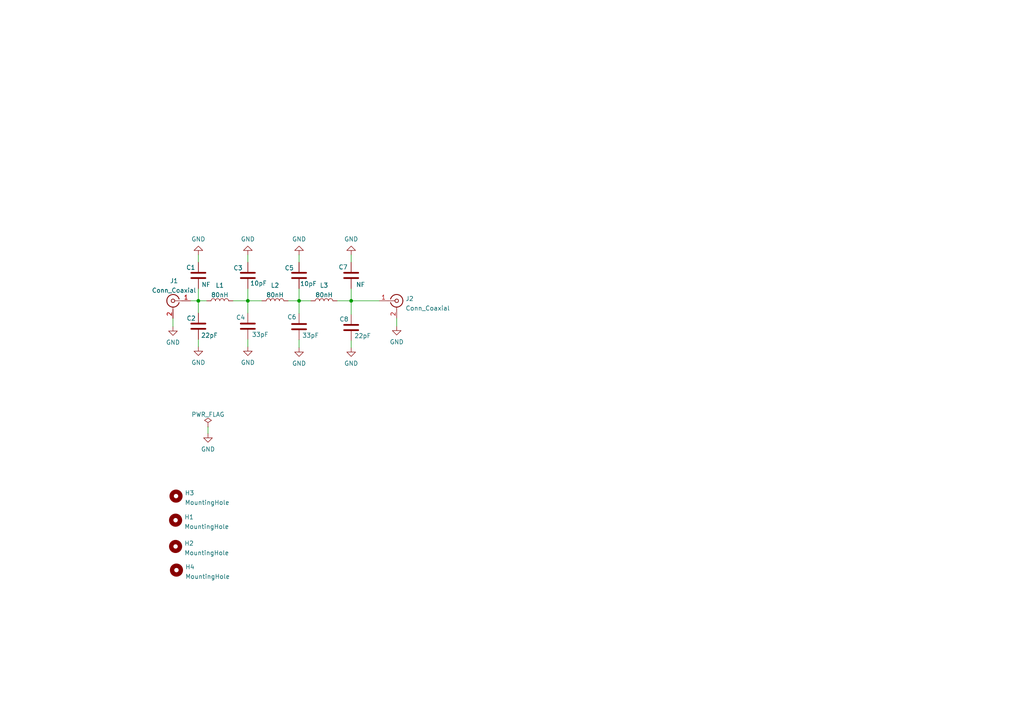
<source format=kicad_sch>
(kicad_sch (version 20211123) (generator eeschema)
  (paper "A4")
  (lib_symbols
    (symbol "Connector:Conn_Coaxial" (pin_names (offset 1.016) hide)
      (property "Reference" "J" (at 0.254 3.048 0))
      (property "Value" "Conn_Coaxial" (at 2.921 0 90))
      (symbol "Conn_Coaxial_0_1"
        (arc (start -1.778 -0.508) (mid 0.222 -1.808) (end 1.778 0) (stroke (width 0.254)))
        (polyline (pts (xy -2.54 0) (xy -0.508 0)))
        (polyline (pts (xy 0 -2.54) (xy 0 -1.778)))
        (circle (center 0 0) (radius 0.508) (stroke (width 0.2032)))
        (arc (start 1.778 0) (mid 0.222 1.8083) (end -1.778 0.508) (stroke (width 0.254)))
      )
      (symbol "Conn_Coaxial_1_1"
        (pin passive line (at -5.08 0 0) (length 2.54) (name "In") (number "1"))
        (pin passive line (at 0 -5.08 90) (length 2.54) (name "Ext") (number "2"))
      )
    )
    (symbol "Device:C" (pin_numbers hide) (pin_names (offset 0.254))
      (property "Reference" "C" (at 0.635 2.54 0))
      (property "Value" "C" (at 0.635 -2.54 0))
      (symbol "C_0_1"
        (polyline (pts (xy -2.032 -0.762) (xy 2.032 -0.762)) (stroke (width 0.508)))
        (polyline (pts (xy -2.032 0.762) (xy 2.032 0.762)) (stroke (width 0.508)))
      )
      (symbol "C_1_1"
        (pin passive line (at 0 3.81 270) (length 2.794) (name "~") (number "1"))
        (pin passive line (at 0 -3.81 90) (length 2.794) (name "~") (number "2"))
      )
    )
    (symbol "Device:L" (pin_numbers hide) (pin_names (offset 1.016) hide)
      (property "Reference" "L" (at -1.27 0 90))
      (property "Value" "L" (at 1.905 0 90))
      (symbol "L_0_1"
        (arc (start 0 -2.54) (mid 0.635 -1.905) (end 0 -1.27))
        (arc (start 0 -1.27) (mid 0.635 -0.635) (end 0 0))
        (arc (start 0 0) (mid 0.635 0.635) (end 0 1.27))
        (arc (start 0 1.27) (mid 0.635 1.905) (end 0 2.54))
      )
      (symbol "L_1_1"
        (pin passive line (at 0 3.81 270) (length 1.27) (name "1") (number "1"))
        (pin passive line (at 0 -3.81 90) (length 1.27) (name "2") (number "2"))
      )
    )
    (symbol "Mechanical:MountingHole" (pin_names (offset 1.016))
      (property "Reference" "H" (at 0 5.08 0))
      (property "Value" "MountingHole" (at 0 3.175 0))
      (symbol "MountingHole_0_1"
        (circle (center 0 0) (radius 1.27) (stroke (width 1.27)))
      )
    )
    (symbol "power:GND" (power) (pin_names (offset 0))
      (property "Value" "GND" (at 0 -3.81 0))
      (symbol "GND_0_1"
        (polyline (pts (xy 0 0) (xy 0 -1.27) (xy 1.27 -1.27) (xy 0 -2.54) (xy -1.27 -1.27) (xy 0 -1.27)))
      )
      (symbol "GND_1_1"
        (pin power_in line (at 0 0 270) (length 0) hide (name "GND") (number "1"))
      )
    )
    (symbol "power:PWR_FLAG" (power) (pin_numbers hide) (pin_names (offset 0) hide)
      (property "Value" "PWR_FLAG" (at 0 3.81 0))
      (symbol "PWR_FLAG_0_0"
        (pin power_out line (at 0 0 90) (length 0) (name "pwr") (number "1"))
      )
      (symbol "PWR_FLAG_0_1"
        (polyline (pts (xy 0 0) (xy 0 1.27) (xy -1.016 1.905) (xy 0 2.54) (xy 1.016 1.905) (xy 0 1.27)))
      )
    )
  )
  (junction (at 86.741 87.249))
  (junction (at 57.531 87.249))
  (junction (at 101.854 87.249))
  (junction (at 71.882 87.249))
  (wire (pts (xy 55.245 87.249) (xy 57.531 87.249)))
  (wire (pts (xy 57.531 87.249) (xy 57.531 90.805)))
  (wire (pts (xy 57.531 87.249) (xy 59.944 87.249)))
  (wire (pts (xy 86.741 76.073) (xy 86.741 73.914)))
  (wire (pts (xy 71.882 87.249) (xy 71.882 83.693)))
  (wire (pts (xy 71.882 87.249) (xy 75.946 87.249)))
  (wire (pts (xy 115.062 92.329) (xy 115.062 94.615)))
  (wire (pts (xy 101.854 100.838) (xy 101.854 98.806)))
  (wire (pts (xy 86.741 90.932) (xy 86.741 87.249)))
  (wire (pts (xy 57.531 87.249) (xy 57.531 83.693)))
  (wire (pts (xy 83.566 87.249) (xy 86.741 87.249)))
  (wire (pts (xy 86.741 98.552) (xy 86.741 100.838)))
  (wire (pts (xy 57.531 98.425) (xy 57.531 100.584)))
  (wire (pts (xy 71.882 76.073) (xy 71.882 73.914)))
  (wire (pts (xy 86.741 87.249) (xy 86.741 83.693)))
  (wire (pts (xy 57.531 76.073) (xy 57.531 73.914)))
  (wire (pts (xy 97.79 87.249) (xy 101.854 87.249)))
  (wire (pts (xy 101.854 87.249) (xy 101.854 83.693)))
  (wire (pts (xy 101.854 91.186) (xy 101.854 87.249)))
  (wire (pts (xy 101.854 76.073) (xy 101.854 73.914)))
  (wire (pts (xy 101.854 87.249) (xy 109.982 87.249)))
  (wire (pts (xy 71.882 87.249) (xy 71.882 90.805)))
  (wire (pts (xy 71.882 98.425) (xy 71.882 100.584)))
  (wire (pts (xy 67.564 87.249) (xy 71.882 87.249)))
  (wire (pts (xy 86.741 87.249) (xy 90.17 87.249)))
  (wire (pts (xy 60.325 123.825) (xy 60.325 125.73)))
  (wire (pts (xy 50.165 92.329) (xy 50.165 94.742)))
  (symbol (lib_id "Device:C") (at 71.882 79.883 180) (unit 1)
    (property "Reference" "C3" (at 67.691 77.724 0) (effects (justify right)))
    (property "Value" "10pF" (at 72.517 82.169 0) (effects (justify right)))
    (property "Footprint" "Capacitor_SMD:C_0603_1608Metric" (effects hide))
  )
  (symbol (lib_id "power:GND") (at 101.854 100.838 0) (unit 1)
    (property "Reference" "#PWR010" (effects hide))
    (property "Value" "GND" (at 101.854 105.4005 0))
  )
  (symbol (lib_id "Device:L") (at 93.98 87.249 90) (unit 1)
    (property "Reference" "L3" (at 93.98 82.7745 90))
    (property "Value" "80nH" (at 93.98 85.5496 90))
    (property "Footprint" "RF_Coil:10mm" (effects hide))
  )
  (symbol (lib_id "power:GND") (at 86.741 100.838 0) (unit 1)
    (property "Reference" "#PWR08" (effects hide))
    (property "Value" "GND" (at 86.741 105.4005 0))
  )
  (symbol (lib_id "power:GND") (at 60.325 125.73 0) (unit 1)
    (property "Reference" "#PWR04" (effects hide))
    (property "Value" "GND" (at 60.325 130.2925 0))
  )
  (symbol (lib_id "Mechanical:MountingHole") (at 51.054 143.891 0) (unit 1)
    (property "Reference" "H3" (at 53.594 142.9825 0) (effects (justify left)))
    (property "Value" "MountingHole" (at 53.594 145.7576 0) (effects (justify left)))
    (property "Footprint" "MountingHole:MountingHole_2.2mm_M2_DIN965" (effects hide))
  )
  (symbol (lib_id "Connector:Conn_Coaxial") (at 50.165 87.249 0) (mirror y) (unit 1)
    (property "Reference" "J1" (at 50.4824 81.4559 0))
    (property "Value" "Conn_Coaxial" (at 50.4824 84.231 0))
    (property "Footprint" "Connector_Coaxial:SMA_Samtec_SMA-J-P-X-ST-EM1_EdgeMount" (effects hide))
    (property "Datasheet" " ~" (effects hide))
  )
  (symbol (lib_id "power:GND") (at 50.165 94.742 0) (unit 1)
    (property "Reference" "#PWR01" (effects hide))
    (property "Value" "GND" (at 50.165 99.3045 0))
  )
  (symbol (lib_id "Mechanical:MountingHole") (at 50.927 158.496 0) (unit 1)
    (property "Reference" "H2" (at 53.467 157.5875 0) (effects (justify left)))
    (property "Value" "MountingHole" (at 53.467 160.3626 0) (effects (justify left)))
    (property "Footprint" "MountingHole:MountingHole_2.2mm_M2_DIN965" (effects hide))
  )
  (symbol (lib_id "Device:C") (at 71.882 94.615 0) (unit 1)
    (property "Reference" "C4" (at 68.453 92.075 0) (effects (justify left)))
    (property "Value" "33pF" (at 73.025 97.028 0) (effects (justify left)))
    (property "Footprint" "Capacitor_SMD:C_0603_1608Metric" (effects hide))
  )
  (symbol (lib_id "Device:C") (at 101.854 79.883 180) (unit 1)
    (property "Reference" "C7" (at 98.171 77.47 0) (effects (justify right)))
    (property "Value" "NF" (at 103.251 82.55 0) (effects (justify right)))
    (property "Footprint" "Capacitor_SMD:C_0603_1608Metric" (effects hide))
  )
  (symbol (lib_id "power:GND") (at 115.062 94.615 0) (unit 1)
    (property "Reference" "#PWR011" (effects hide))
    (property "Value" "GND" (at 115.062 99.1775 0))
  )
  (symbol (lib_id "power:GND") (at 57.531 100.584 0) (unit 1)
    (property "Reference" "#PWR03" (effects hide))
    (property "Value" "GND" (at 57.531 105.1465 0))
  )
  (symbol (lib_id "Mechanical:MountingHole") (at 51.181 165.354 0) (unit 1)
    (property "Reference" "H4" (at 53.721 164.4455 0) (effects (justify left)))
    (property "Value" "MountingHole" (at 53.721 167.2206 0) (effects (justify left)))
    (property "Footprint" "MountingHole:MountingHole_2.2mm_M2_DIN965" (effects hide))
  )
  (symbol (lib_id "Device:L") (at 63.754 87.249 90) (unit 1)
    (property "Reference" "L1" (at 63.754 82.7745 90))
    (property "Value" "80nH" (at 63.754 85.5496 90))
    (property "Footprint" "RF_Coil:10mm" (effects hide))
  )
  (symbol (lib_id "power:GND") (at 86.741 73.914 180) (unit 1)
    (property "Reference" "#PWR07" (effects hide))
    (property "Value" "GND" (at 86.741 69.3515 0))
  )
  (symbol (lib_id "power:GND") (at 101.854 73.914 180) (unit 1)
    (property "Reference" "#PWR09" (effects hide))
    (property "Value" "GND" (at 101.854 69.3515 0))
  )
  (symbol (lib_id "Device:C") (at 57.531 94.615 0) (unit 1)
    (property "Reference" "C2" (at 54.102 92.329 0) (effects (justify left)))
    (property "Value" "22pF" (at 58.293 97.282 0) (effects (justify left)))
    (property "Footprint" "Capacitor_SMD:C_0603_1608Metric" (effects hide))
  )
  (symbol (lib_id "power:PWR_FLAG") (at 60.325 123.825 0) (unit 1)
    (property "Reference" "#FLG01" (effects hide))
    (property "Value" "PWR_FLAG" (at 60.325 120.2205 0))
  )
  (symbol (lib_id "Device:C") (at 86.741 79.883 180) (unit 1)
    (property "Reference" "C5" (at 82.55 77.724 0) (effects (justify right)))
    (property "Value" "10pF" (at 86.995 82.296 0) (effects (justify right)))
    (property "Footprint" "Capacitor_SMD:C_0603_1608Metric" (effects hide))
  )
  (symbol (lib_id "power:GND") (at 71.882 100.584 0) (unit 1)
    (property "Reference" "#PWR06" (effects hide))
    (property "Value" "GND" (at 71.882 105.1465 0))
  )
  (symbol (lib_id "Device:C") (at 101.854 94.996 0) (unit 1)
    (property "Reference" "C8" (at 98.425 92.583 0) (effects (justify left)))
    (property "Value" "22pF" (at 102.743 97.409 0) (effects (justify left)))
    (property "Footprint" "Capacitor_SMD:C_0603_1608Metric" (effects hide))
  )
  (symbol (lib_id "Mechanical:MountingHole") (at 50.927 150.876 0) (unit 1)
    (property "Reference" "H1" (at 53.467 149.9675 0) (effects (justify left)))
    (property "Value" "MountingHole" (at 53.467 152.7426 0) (effects (justify left)))
    (property "Footprint" "MountingHole:MountingHole_2.2mm_M2_DIN965" (effects hide))
  )
  (symbol (lib_id "Connector:Conn_Coaxial") (at 115.062 87.249 0) (unit 1)
    (property "Reference" "J2" (at 117.602 86.6337 0) (effects (justify left)))
    (property "Value" "Conn_Coaxial" (at 117.602 89.4088 0) (effects (justify left)))
    (property "Footprint" "Connector_Coaxial:SMA_Samtec_SMA-J-P-X-ST-EM1_EdgeMount" (effects hide))
    (property "Datasheet" " ~" (effects hide))
  )
  (symbol (lib_id "Device:C") (at 86.741 94.742 0) (unit 1)
    (property "Reference" "C6" (at 83.312 91.948 0) (effects (justify left)))
    (property "Value" "33pF" (at 87.63 97.282 0) (effects (justify left)))
    (property "Footprint" "Capacitor_SMD:C_0603_1608Metric" (effects hide))
  )
  (symbol (lib_id "Device:L") (at 79.756 87.249 90) (unit 1)
    (property "Reference" "L2" (at 79.756 82.7745 90))
    (property "Value" "80nH" (at 79.756 85.5496 90))
    (property "Footprint" "RF_Coil:10mm" (effects hide))
  )
  (symbol (lib_id "Device:C") (at 57.531 79.883 180) (unit 1)
    (property "Reference" "C1" (at 53.975 77.597 0) (effects (justify right)))
    (property "Value" "NF" (at 58.42 82.55 0) (effects (justify right)))
    (property "Footprint" "Capacitor_SMD:C_0603_1608Metric" (effects hide))
  )
  (symbol (lib_id "power:GND") (at 71.882 73.914 180) (unit 1)
    (property "Reference" "#PWR05" (effects hide))
    (property "Value" "GND" (at 71.882 69.3515 0))
  )
  (symbol (lib_id "power:GND") (at 57.531 73.914 180) (unit 1)
    (property "Reference" "#PWR02" (effects hide))
    (property "Value" "GND" (at 57.531 69.3515 0))
  )
)
</source>
